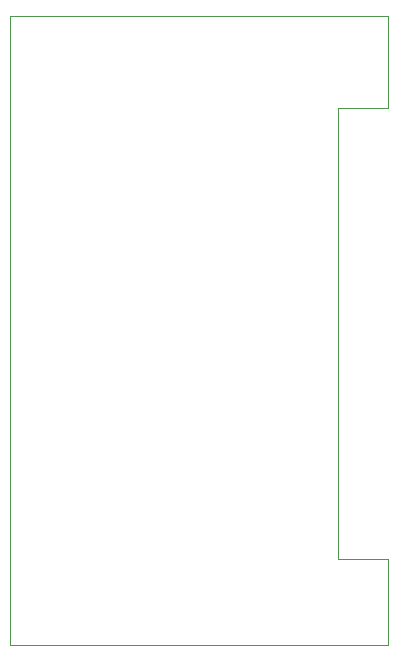
<source format=gm1>
%TF.GenerationSoftware,KiCad,Pcbnew,8.0.1*%
%TF.CreationDate,2024-05-08T09:38:19-07:00*%
%TF.ProjectId,breadboard-power-supply,62726561-6462-46f6-9172-642d706f7765,rev?*%
%TF.SameCoordinates,Original*%
%TF.FileFunction,Profile,NP*%
%FSLAX46Y46*%
G04 Gerber Fmt 4.6, Leading zero omitted, Abs format (unit mm)*
G04 Created by KiCad (PCBNEW 8.0.1) date 2024-05-08 09:38:19*
%MOMM*%
%LPD*%
G01*
G04 APERTURE LIST*
%TA.AperFunction,Profile*%
%ADD10C,0.050000*%
%TD*%
G04 APERTURE END LIST*
D10*
X98250000Y-105750000D02*
X66250000Y-105750000D01*
X98250000Y-52500000D02*
X98250000Y-60250000D01*
X94000000Y-60250000D02*
X94000000Y-98500000D01*
X94000000Y-98500000D02*
X98250000Y-98500000D01*
X98250000Y-60250000D02*
X94000000Y-60250000D01*
X98250000Y-98500000D02*
X98250000Y-105750000D01*
X66250000Y-52500000D02*
X98250000Y-52500000D01*
X66250000Y-105750000D02*
X66250000Y-52500000D01*
M02*

</source>
